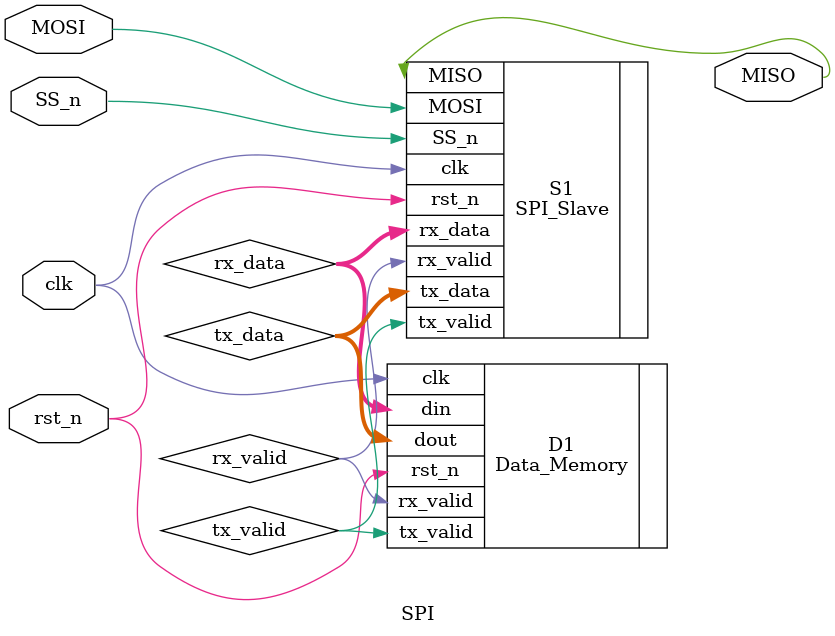
<source format=v>
/*
    Author: Moaz Moahamed 
    Description: SPI Top Module
*/
`include "SPI_Slave.v"
`include "Data_Memory.v"

module SPI (
    input wire MOSI,SS_n,clk,rst_n,
    output wire MISO
);

/*Intermediate Signals*/
wire [9:0]rx_data;
wire rx_valid;
wire [7:0]tx_data;
wire tx_valid;

/*Inner modules instances*/

/*Data memory instance*/
Data_Memory D1 (
    .clk(clk),
    .rst_n(rst_n),
    .rx_valid(rx_valid),
    .tx_valid(tx_valid),
    .dout(tx_data),
    .din(rx_data)
);

/*SPI Slave*/
SPI_Slave S1(
    .clk(clk),
    .rst_n(rst_n),
    .MOSI(MOSI),
    .MISO(MISO),
    .SS_n(SS_n),
    .rx_data(rx_data),
    .tx_data(tx_data),
    .rx_valid(rx_valid),
    .tx_valid(tx_valid)
);
    
endmodule
</source>
